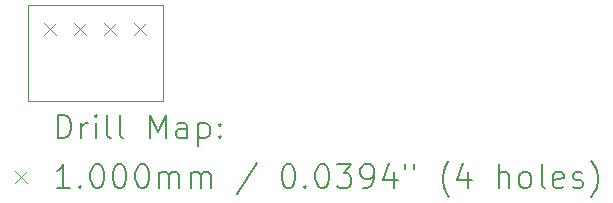
<source format=gbr>
%TF.GenerationSoftware,KiCad,Pcbnew,7.0.10*%
%TF.CreationDate,2024-03-10T23:53:32-07:00*%
%TF.ProjectId,Pressure_Sensor_Mount,50726573-7375-4726-955f-53656e736f72,rev?*%
%TF.SameCoordinates,Original*%
%TF.FileFunction,Drillmap*%
%TF.FilePolarity,Positive*%
%FSLAX45Y45*%
G04 Gerber Fmt 4.5, Leading zero omitted, Abs format (unit mm)*
G04 Created by KiCad (PCBNEW 7.0.10) date 2024-03-10 23:53:32*
%MOMM*%
%LPD*%
G01*
G04 APERTURE LIST*
%ADD10C,0.100000*%
%ADD11C,0.200000*%
G04 APERTURE END LIST*
D10*
X13860000Y-8600000D02*
X15010000Y-8600000D01*
X15010000Y-9410000D01*
X13860000Y-9410000D01*
X13860000Y-8600000D01*
D11*
D10*
X14002000Y-8750000D02*
X14102000Y-8850000D01*
X14102000Y-8750000D02*
X14002000Y-8850000D01*
X14256000Y-8750000D02*
X14356000Y-8850000D01*
X14356000Y-8750000D02*
X14256000Y-8850000D01*
X14510000Y-8750000D02*
X14610000Y-8850000D01*
X14610000Y-8750000D02*
X14510000Y-8850000D01*
X14764000Y-8750000D02*
X14864000Y-8850000D01*
X14864000Y-8750000D02*
X14764000Y-8850000D01*
D11*
X14115777Y-9726484D02*
X14115777Y-9526484D01*
X14115777Y-9526484D02*
X14163396Y-9526484D01*
X14163396Y-9526484D02*
X14191967Y-9536008D01*
X14191967Y-9536008D02*
X14211015Y-9555055D01*
X14211015Y-9555055D02*
X14220539Y-9574103D01*
X14220539Y-9574103D02*
X14230062Y-9612198D01*
X14230062Y-9612198D02*
X14230062Y-9640770D01*
X14230062Y-9640770D02*
X14220539Y-9678865D01*
X14220539Y-9678865D02*
X14211015Y-9697912D01*
X14211015Y-9697912D02*
X14191967Y-9716960D01*
X14191967Y-9716960D02*
X14163396Y-9726484D01*
X14163396Y-9726484D02*
X14115777Y-9726484D01*
X14315777Y-9726484D02*
X14315777Y-9593150D01*
X14315777Y-9631246D02*
X14325301Y-9612198D01*
X14325301Y-9612198D02*
X14334824Y-9602674D01*
X14334824Y-9602674D02*
X14353872Y-9593150D01*
X14353872Y-9593150D02*
X14372920Y-9593150D01*
X14439586Y-9726484D02*
X14439586Y-9593150D01*
X14439586Y-9526484D02*
X14430062Y-9536008D01*
X14430062Y-9536008D02*
X14439586Y-9545531D01*
X14439586Y-9545531D02*
X14449110Y-9536008D01*
X14449110Y-9536008D02*
X14439586Y-9526484D01*
X14439586Y-9526484D02*
X14439586Y-9545531D01*
X14563396Y-9726484D02*
X14544348Y-9716960D01*
X14544348Y-9716960D02*
X14534824Y-9697912D01*
X14534824Y-9697912D02*
X14534824Y-9526484D01*
X14668158Y-9726484D02*
X14649110Y-9716960D01*
X14649110Y-9716960D02*
X14639586Y-9697912D01*
X14639586Y-9697912D02*
X14639586Y-9526484D01*
X14896729Y-9726484D02*
X14896729Y-9526484D01*
X14896729Y-9526484D02*
X14963396Y-9669341D01*
X14963396Y-9669341D02*
X15030062Y-9526484D01*
X15030062Y-9526484D02*
X15030062Y-9726484D01*
X15211015Y-9726484D02*
X15211015Y-9621722D01*
X15211015Y-9621722D02*
X15201491Y-9602674D01*
X15201491Y-9602674D02*
X15182443Y-9593150D01*
X15182443Y-9593150D02*
X15144348Y-9593150D01*
X15144348Y-9593150D02*
X15125301Y-9602674D01*
X15211015Y-9716960D02*
X15191967Y-9726484D01*
X15191967Y-9726484D02*
X15144348Y-9726484D01*
X15144348Y-9726484D02*
X15125301Y-9716960D01*
X15125301Y-9716960D02*
X15115777Y-9697912D01*
X15115777Y-9697912D02*
X15115777Y-9678865D01*
X15115777Y-9678865D02*
X15125301Y-9659817D01*
X15125301Y-9659817D02*
X15144348Y-9650293D01*
X15144348Y-9650293D02*
X15191967Y-9650293D01*
X15191967Y-9650293D02*
X15211015Y-9640770D01*
X15306253Y-9593150D02*
X15306253Y-9793150D01*
X15306253Y-9602674D02*
X15325301Y-9593150D01*
X15325301Y-9593150D02*
X15363396Y-9593150D01*
X15363396Y-9593150D02*
X15382443Y-9602674D01*
X15382443Y-9602674D02*
X15391967Y-9612198D01*
X15391967Y-9612198D02*
X15401491Y-9631246D01*
X15401491Y-9631246D02*
X15401491Y-9688389D01*
X15401491Y-9688389D02*
X15391967Y-9707436D01*
X15391967Y-9707436D02*
X15382443Y-9716960D01*
X15382443Y-9716960D02*
X15363396Y-9726484D01*
X15363396Y-9726484D02*
X15325301Y-9726484D01*
X15325301Y-9726484D02*
X15306253Y-9716960D01*
X15487205Y-9707436D02*
X15496729Y-9716960D01*
X15496729Y-9716960D02*
X15487205Y-9726484D01*
X15487205Y-9726484D02*
X15477682Y-9716960D01*
X15477682Y-9716960D02*
X15487205Y-9707436D01*
X15487205Y-9707436D02*
X15487205Y-9726484D01*
X15487205Y-9602674D02*
X15496729Y-9612198D01*
X15496729Y-9612198D02*
X15487205Y-9621722D01*
X15487205Y-9621722D02*
X15477682Y-9612198D01*
X15477682Y-9612198D02*
X15487205Y-9602674D01*
X15487205Y-9602674D02*
X15487205Y-9621722D01*
D10*
X13755000Y-10005000D02*
X13855000Y-10105000D01*
X13855000Y-10005000D02*
X13755000Y-10105000D01*
D11*
X14220539Y-10146484D02*
X14106253Y-10146484D01*
X14163396Y-10146484D02*
X14163396Y-9946484D01*
X14163396Y-9946484D02*
X14144348Y-9975055D01*
X14144348Y-9975055D02*
X14125301Y-9994103D01*
X14125301Y-9994103D02*
X14106253Y-10003627D01*
X14306253Y-10127436D02*
X14315777Y-10136960D01*
X14315777Y-10136960D02*
X14306253Y-10146484D01*
X14306253Y-10146484D02*
X14296729Y-10136960D01*
X14296729Y-10136960D02*
X14306253Y-10127436D01*
X14306253Y-10127436D02*
X14306253Y-10146484D01*
X14439586Y-9946484D02*
X14458634Y-9946484D01*
X14458634Y-9946484D02*
X14477682Y-9956008D01*
X14477682Y-9956008D02*
X14487205Y-9965531D01*
X14487205Y-9965531D02*
X14496729Y-9984579D01*
X14496729Y-9984579D02*
X14506253Y-10022674D01*
X14506253Y-10022674D02*
X14506253Y-10070293D01*
X14506253Y-10070293D02*
X14496729Y-10108389D01*
X14496729Y-10108389D02*
X14487205Y-10127436D01*
X14487205Y-10127436D02*
X14477682Y-10136960D01*
X14477682Y-10136960D02*
X14458634Y-10146484D01*
X14458634Y-10146484D02*
X14439586Y-10146484D01*
X14439586Y-10146484D02*
X14420539Y-10136960D01*
X14420539Y-10136960D02*
X14411015Y-10127436D01*
X14411015Y-10127436D02*
X14401491Y-10108389D01*
X14401491Y-10108389D02*
X14391967Y-10070293D01*
X14391967Y-10070293D02*
X14391967Y-10022674D01*
X14391967Y-10022674D02*
X14401491Y-9984579D01*
X14401491Y-9984579D02*
X14411015Y-9965531D01*
X14411015Y-9965531D02*
X14420539Y-9956008D01*
X14420539Y-9956008D02*
X14439586Y-9946484D01*
X14630062Y-9946484D02*
X14649110Y-9946484D01*
X14649110Y-9946484D02*
X14668158Y-9956008D01*
X14668158Y-9956008D02*
X14677682Y-9965531D01*
X14677682Y-9965531D02*
X14687205Y-9984579D01*
X14687205Y-9984579D02*
X14696729Y-10022674D01*
X14696729Y-10022674D02*
X14696729Y-10070293D01*
X14696729Y-10070293D02*
X14687205Y-10108389D01*
X14687205Y-10108389D02*
X14677682Y-10127436D01*
X14677682Y-10127436D02*
X14668158Y-10136960D01*
X14668158Y-10136960D02*
X14649110Y-10146484D01*
X14649110Y-10146484D02*
X14630062Y-10146484D01*
X14630062Y-10146484D02*
X14611015Y-10136960D01*
X14611015Y-10136960D02*
X14601491Y-10127436D01*
X14601491Y-10127436D02*
X14591967Y-10108389D01*
X14591967Y-10108389D02*
X14582443Y-10070293D01*
X14582443Y-10070293D02*
X14582443Y-10022674D01*
X14582443Y-10022674D02*
X14591967Y-9984579D01*
X14591967Y-9984579D02*
X14601491Y-9965531D01*
X14601491Y-9965531D02*
X14611015Y-9956008D01*
X14611015Y-9956008D02*
X14630062Y-9946484D01*
X14820539Y-9946484D02*
X14839586Y-9946484D01*
X14839586Y-9946484D02*
X14858634Y-9956008D01*
X14858634Y-9956008D02*
X14868158Y-9965531D01*
X14868158Y-9965531D02*
X14877682Y-9984579D01*
X14877682Y-9984579D02*
X14887205Y-10022674D01*
X14887205Y-10022674D02*
X14887205Y-10070293D01*
X14887205Y-10070293D02*
X14877682Y-10108389D01*
X14877682Y-10108389D02*
X14868158Y-10127436D01*
X14868158Y-10127436D02*
X14858634Y-10136960D01*
X14858634Y-10136960D02*
X14839586Y-10146484D01*
X14839586Y-10146484D02*
X14820539Y-10146484D01*
X14820539Y-10146484D02*
X14801491Y-10136960D01*
X14801491Y-10136960D02*
X14791967Y-10127436D01*
X14791967Y-10127436D02*
X14782443Y-10108389D01*
X14782443Y-10108389D02*
X14772920Y-10070293D01*
X14772920Y-10070293D02*
X14772920Y-10022674D01*
X14772920Y-10022674D02*
X14782443Y-9984579D01*
X14782443Y-9984579D02*
X14791967Y-9965531D01*
X14791967Y-9965531D02*
X14801491Y-9956008D01*
X14801491Y-9956008D02*
X14820539Y-9946484D01*
X14972920Y-10146484D02*
X14972920Y-10013150D01*
X14972920Y-10032198D02*
X14982443Y-10022674D01*
X14982443Y-10022674D02*
X15001491Y-10013150D01*
X15001491Y-10013150D02*
X15030063Y-10013150D01*
X15030063Y-10013150D02*
X15049110Y-10022674D01*
X15049110Y-10022674D02*
X15058634Y-10041722D01*
X15058634Y-10041722D02*
X15058634Y-10146484D01*
X15058634Y-10041722D02*
X15068158Y-10022674D01*
X15068158Y-10022674D02*
X15087205Y-10013150D01*
X15087205Y-10013150D02*
X15115777Y-10013150D01*
X15115777Y-10013150D02*
X15134824Y-10022674D01*
X15134824Y-10022674D02*
X15144348Y-10041722D01*
X15144348Y-10041722D02*
X15144348Y-10146484D01*
X15239586Y-10146484D02*
X15239586Y-10013150D01*
X15239586Y-10032198D02*
X15249110Y-10022674D01*
X15249110Y-10022674D02*
X15268158Y-10013150D01*
X15268158Y-10013150D02*
X15296729Y-10013150D01*
X15296729Y-10013150D02*
X15315777Y-10022674D01*
X15315777Y-10022674D02*
X15325301Y-10041722D01*
X15325301Y-10041722D02*
X15325301Y-10146484D01*
X15325301Y-10041722D02*
X15334824Y-10022674D01*
X15334824Y-10022674D02*
X15353872Y-10013150D01*
X15353872Y-10013150D02*
X15382443Y-10013150D01*
X15382443Y-10013150D02*
X15401491Y-10022674D01*
X15401491Y-10022674D02*
X15411015Y-10041722D01*
X15411015Y-10041722D02*
X15411015Y-10146484D01*
X15801491Y-9936960D02*
X15630063Y-10194103D01*
X16058634Y-9946484D02*
X16077682Y-9946484D01*
X16077682Y-9946484D02*
X16096729Y-9956008D01*
X16096729Y-9956008D02*
X16106253Y-9965531D01*
X16106253Y-9965531D02*
X16115777Y-9984579D01*
X16115777Y-9984579D02*
X16125301Y-10022674D01*
X16125301Y-10022674D02*
X16125301Y-10070293D01*
X16125301Y-10070293D02*
X16115777Y-10108389D01*
X16115777Y-10108389D02*
X16106253Y-10127436D01*
X16106253Y-10127436D02*
X16096729Y-10136960D01*
X16096729Y-10136960D02*
X16077682Y-10146484D01*
X16077682Y-10146484D02*
X16058634Y-10146484D01*
X16058634Y-10146484D02*
X16039586Y-10136960D01*
X16039586Y-10136960D02*
X16030063Y-10127436D01*
X16030063Y-10127436D02*
X16020539Y-10108389D01*
X16020539Y-10108389D02*
X16011015Y-10070293D01*
X16011015Y-10070293D02*
X16011015Y-10022674D01*
X16011015Y-10022674D02*
X16020539Y-9984579D01*
X16020539Y-9984579D02*
X16030063Y-9965531D01*
X16030063Y-9965531D02*
X16039586Y-9956008D01*
X16039586Y-9956008D02*
X16058634Y-9946484D01*
X16211015Y-10127436D02*
X16220539Y-10136960D01*
X16220539Y-10136960D02*
X16211015Y-10146484D01*
X16211015Y-10146484D02*
X16201491Y-10136960D01*
X16201491Y-10136960D02*
X16211015Y-10127436D01*
X16211015Y-10127436D02*
X16211015Y-10146484D01*
X16344348Y-9946484D02*
X16363396Y-9946484D01*
X16363396Y-9946484D02*
X16382444Y-9956008D01*
X16382444Y-9956008D02*
X16391967Y-9965531D01*
X16391967Y-9965531D02*
X16401491Y-9984579D01*
X16401491Y-9984579D02*
X16411015Y-10022674D01*
X16411015Y-10022674D02*
X16411015Y-10070293D01*
X16411015Y-10070293D02*
X16401491Y-10108389D01*
X16401491Y-10108389D02*
X16391967Y-10127436D01*
X16391967Y-10127436D02*
X16382444Y-10136960D01*
X16382444Y-10136960D02*
X16363396Y-10146484D01*
X16363396Y-10146484D02*
X16344348Y-10146484D01*
X16344348Y-10146484D02*
X16325301Y-10136960D01*
X16325301Y-10136960D02*
X16315777Y-10127436D01*
X16315777Y-10127436D02*
X16306253Y-10108389D01*
X16306253Y-10108389D02*
X16296729Y-10070293D01*
X16296729Y-10070293D02*
X16296729Y-10022674D01*
X16296729Y-10022674D02*
X16306253Y-9984579D01*
X16306253Y-9984579D02*
X16315777Y-9965531D01*
X16315777Y-9965531D02*
X16325301Y-9956008D01*
X16325301Y-9956008D02*
X16344348Y-9946484D01*
X16477682Y-9946484D02*
X16601491Y-9946484D01*
X16601491Y-9946484D02*
X16534825Y-10022674D01*
X16534825Y-10022674D02*
X16563396Y-10022674D01*
X16563396Y-10022674D02*
X16582444Y-10032198D01*
X16582444Y-10032198D02*
X16591967Y-10041722D01*
X16591967Y-10041722D02*
X16601491Y-10060770D01*
X16601491Y-10060770D02*
X16601491Y-10108389D01*
X16601491Y-10108389D02*
X16591967Y-10127436D01*
X16591967Y-10127436D02*
X16582444Y-10136960D01*
X16582444Y-10136960D02*
X16563396Y-10146484D01*
X16563396Y-10146484D02*
X16506253Y-10146484D01*
X16506253Y-10146484D02*
X16487206Y-10136960D01*
X16487206Y-10136960D02*
X16477682Y-10127436D01*
X16696729Y-10146484D02*
X16734825Y-10146484D01*
X16734825Y-10146484D02*
X16753872Y-10136960D01*
X16753872Y-10136960D02*
X16763396Y-10127436D01*
X16763396Y-10127436D02*
X16782444Y-10098865D01*
X16782444Y-10098865D02*
X16791968Y-10060770D01*
X16791968Y-10060770D02*
X16791968Y-9984579D01*
X16791968Y-9984579D02*
X16782444Y-9965531D01*
X16782444Y-9965531D02*
X16772920Y-9956008D01*
X16772920Y-9956008D02*
X16753872Y-9946484D01*
X16753872Y-9946484D02*
X16715777Y-9946484D01*
X16715777Y-9946484D02*
X16696729Y-9956008D01*
X16696729Y-9956008D02*
X16687206Y-9965531D01*
X16687206Y-9965531D02*
X16677682Y-9984579D01*
X16677682Y-9984579D02*
X16677682Y-10032198D01*
X16677682Y-10032198D02*
X16687206Y-10051246D01*
X16687206Y-10051246D02*
X16696729Y-10060770D01*
X16696729Y-10060770D02*
X16715777Y-10070293D01*
X16715777Y-10070293D02*
X16753872Y-10070293D01*
X16753872Y-10070293D02*
X16772920Y-10060770D01*
X16772920Y-10060770D02*
X16782444Y-10051246D01*
X16782444Y-10051246D02*
X16791968Y-10032198D01*
X16963396Y-10013150D02*
X16963396Y-10146484D01*
X16915777Y-9936960D02*
X16868158Y-10079817D01*
X16868158Y-10079817D02*
X16991968Y-10079817D01*
X17058634Y-9946484D02*
X17058634Y-9984579D01*
X17134825Y-9946484D02*
X17134825Y-9984579D01*
X17430063Y-10222674D02*
X17420539Y-10213150D01*
X17420539Y-10213150D02*
X17401491Y-10184579D01*
X17401491Y-10184579D02*
X17391968Y-10165531D01*
X17391968Y-10165531D02*
X17382444Y-10136960D01*
X17382444Y-10136960D02*
X17372920Y-10089341D01*
X17372920Y-10089341D02*
X17372920Y-10051246D01*
X17372920Y-10051246D02*
X17382444Y-10003627D01*
X17382444Y-10003627D02*
X17391968Y-9975055D01*
X17391968Y-9975055D02*
X17401491Y-9956008D01*
X17401491Y-9956008D02*
X17420539Y-9927436D01*
X17420539Y-9927436D02*
X17430063Y-9917912D01*
X17591968Y-10013150D02*
X17591968Y-10146484D01*
X17544349Y-9936960D02*
X17496730Y-10079817D01*
X17496730Y-10079817D02*
X17620539Y-10079817D01*
X17849111Y-10146484D02*
X17849111Y-9946484D01*
X17934825Y-10146484D02*
X17934825Y-10041722D01*
X17934825Y-10041722D02*
X17925301Y-10022674D01*
X17925301Y-10022674D02*
X17906253Y-10013150D01*
X17906253Y-10013150D02*
X17877682Y-10013150D01*
X17877682Y-10013150D02*
X17858634Y-10022674D01*
X17858634Y-10022674D02*
X17849111Y-10032198D01*
X18058634Y-10146484D02*
X18039587Y-10136960D01*
X18039587Y-10136960D02*
X18030063Y-10127436D01*
X18030063Y-10127436D02*
X18020539Y-10108389D01*
X18020539Y-10108389D02*
X18020539Y-10051246D01*
X18020539Y-10051246D02*
X18030063Y-10032198D01*
X18030063Y-10032198D02*
X18039587Y-10022674D01*
X18039587Y-10022674D02*
X18058634Y-10013150D01*
X18058634Y-10013150D02*
X18087206Y-10013150D01*
X18087206Y-10013150D02*
X18106253Y-10022674D01*
X18106253Y-10022674D02*
X18115777Y-10032198D01*
X18115777Y-10032198D02*
X18125301Y-10051246D01*
X18125301Y-10051246D02*
X18125301Y-10108389D01*
X18125301Y-10108389D02*
X18115777Y-10127436D01*
X18115777Y-10127436D02*
X18106253Y-10136960D01*
X18106253Y-10136960D02*
X18087206Y-10146484D01*
X18087206Y-10146484D02*
X18058634Y-10146484D01*
X18239587Y-10146484D02*
X18220539Y-10136960D01*
X18220539Y-10136960D02*
X18211015Y-10117912D01*
X18211015Y-10117912D02*
X18211015Y-9946484D01*
X18391968Y-10136960D02*
X18372920Y-10146484D01*
X18372920Y-10146484D02*
X18334825Y-10146484D01*
X18334825Y-10146484D02*
X18315777Y-10136960D01*
X18315777Y-10136960D02*
X18306253Y-10117912D01*
X18306253Y-10117912D02*
X18306253Y-10041722D01*
X18306253Y-10041722D02*
X18315777Y-10022674D01*
X18315777Y-10022674D02*
X18334825Y-10013150D01*
X18334825Y-10013150D02*
X18372920Y-10013150D01*
X18372920Y-10013150D02*
X18391968Y-10022674D01*
X18391968Y-10022674D02*
X18401492Y-10041722D01*
X18401492Y-10041722D02*
X18401492Y-10060770D01*
X18401492Y-10060770D02*
X18306253Y-10079817D01*
X18477682Y-10136960D02*
X18496730Y-10146484D01*
X18496730Y-10146484D02*
X18534825Y-10146484D01*
X18534825Y-10146484D02*
X18553873Y-10136960D01*
X18553873Y-10136960D02*
X18563396Y-10117912D01*
X18563396Y-10117912D02*
X18563396Y-10108389D01*
X18563396Y-10108389D02*
X18553873Y-10089341D01*
X18553873Y-10089341D02*
X18534825Y-10079817D01*
X18534825Y-10079817D02*
X18506253Y-10079817D01*
X18506253Y-10079817D02*
X18487206Y-10070293D01*
X18487206Y-10070293D02*
X18477682Y-10051246D01*
X18477682Y-10051246D02*
X18477682Y-10041722D01*
X18477682Y-10041722D02*
X18487206Y-10022674D01*
X18487206Y-10022674D02*
X18506253Y-10013150D01*
X18506253Y-10013150D02*
X18534825Y-10013150D01*
X18534825Y-10013150D02*
X18553873Y-10022674D01*
X18630063Y-10222674D02*
X18639587Y-10213150D01*
X18639587Y-10213150D02*
X18658634Y-10184579D01*
X18658634Y-10184579D02*
X18668158Y-10165531D01*
X18668158Y-10165531D02*
X18677682Y-10136960D01*
X18677682Y-10136960D02*
X18687206Y-10089341D01*
X18687206Y-10089341D02*
X18687206Y-10051246D01*
X18687206Y-10051246D02*
X18677682Y-10003627D01*
X18677682Y-10003627D02*
X18668158Y-9975055D01*
X18668158Y-9975055D02*
X18658634Y-9956008D01*
X18658634Y-9956008D02*
X18639587Y-9927436D01*
X18639587Y-9927436D02*
X18630063Y-9917912D01*
M02*

</source>
